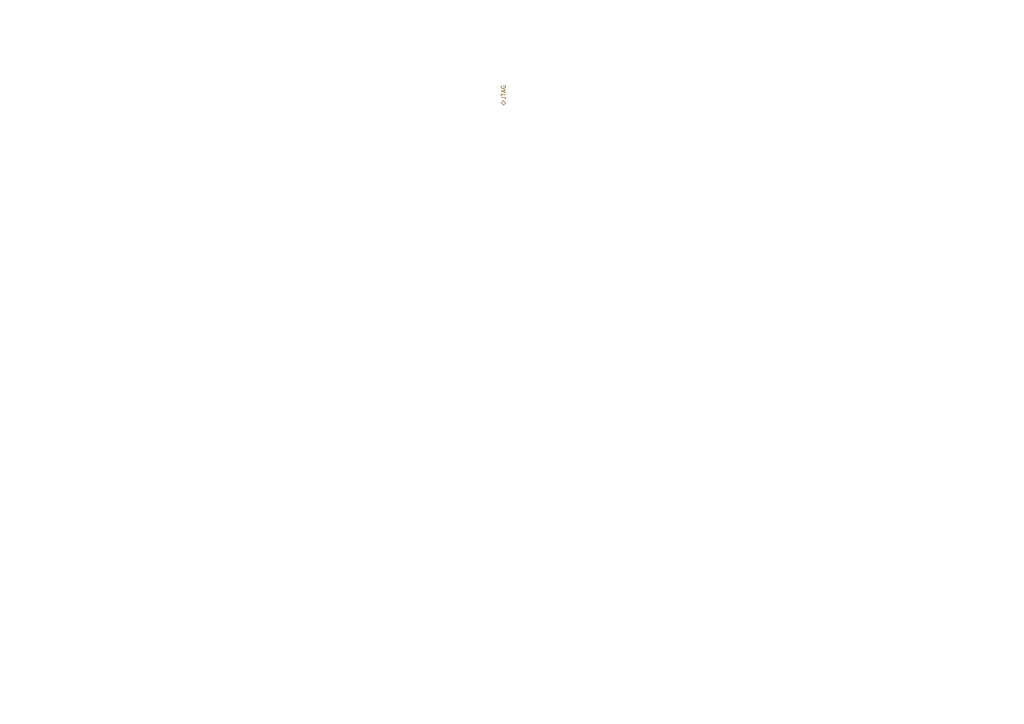
<source format=kicad_sch>
(kicad_sch
	(version 20231120)
	(generator "eeschema")
	(generator_version "8.0")
	(uuid "393d1ad1-4f47-4813-80db-2ff0bccd8599")
	(paper "A4")
	(lib_symbols)
	(hierarchical_label "JTAG"
		(shape bidirectional)
		(at 146.05 30.48 90)
		(effects
			(font
				(size 1.27 1.27)
			)
			(justify left)
		)
		(uuid "6bebcc91-59b7-4293-a84f-43d66d39b350")
	)
)

</source>
